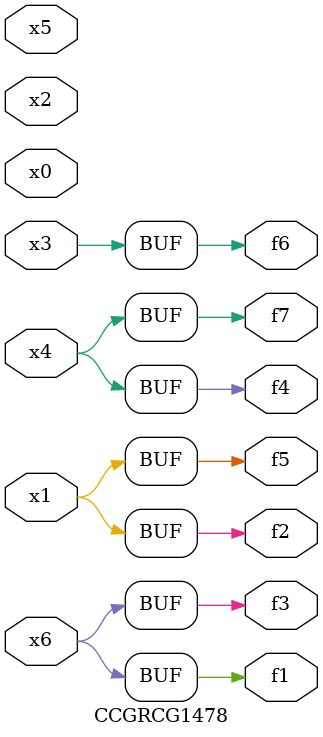
<source format=v>
module CCGRCG1478(
	input x0, x1, x2, x3, x4, x5, x6,
	output f1, f2, f3, f4, f5, f6, f7
);
	assign f1 = x6;
	assign f2 = x1;
	assign f3 = x6;
	assign f4 = x4;
	assign f5 = x1;
	assign f6 = x3;
	assign f7 = x4;
endmodule

</source>
